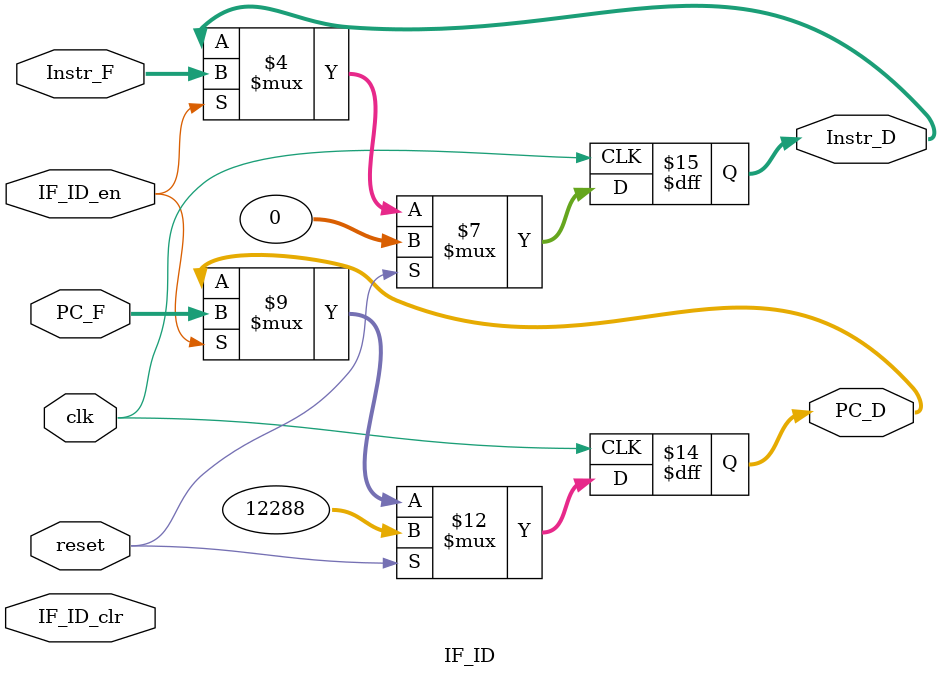
<source format=v>
`timescale 1ns / 1ps
module IF_ID(
	input 					clk,
	input						reset,
	input						IF_ID_en,
	input      	[31:0] 	PC_F,
	input  	  	[31:0] 	Instr_F,
	input						IF_ID_clr,
	output reg 	[31:0] 	PC_D,
	output reg 	[31:0] 	Instr_D
    );
	initial begin
		PC_D <= 32'h0000_3000;
		Instr_D <=32'h0000_0000; 
	end
	always@(posedge clk)begin
		if(reset)begin
			PC_D <= 32'h0000_3000;
			Instr_D <=32'h0000_0000; 
		end
		else begin
		if(IF_ID_en == 1) begin
			PC_D <= PC_F;
			Instr_D <= Instr_F;
		end
		end
	end
endmodule

</source>
